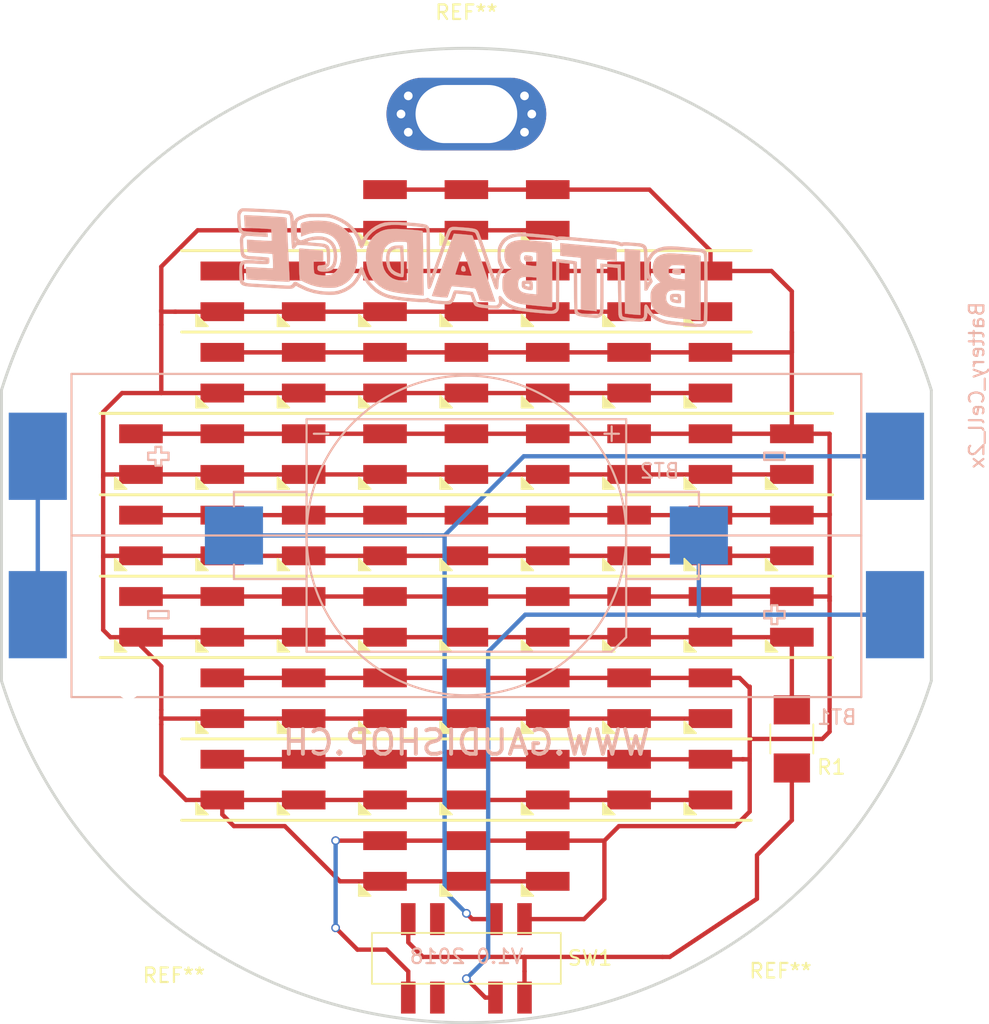
<source format=kicad_pcb>
(kicad_pcb (version 20240108) (generator "pcbnew") (generator_version "8.0")
  (layers (0 "F.Cu" signal) (31 "B.Cu" signal) (34 "B.Paste" user) (35 "F.Paste" user) (36 "B.SilkS" user "B.Silkscreen") (37 "F.SilkS" user "F.Silkscreen") (38 "B.Mask" user) (39 "F.Mask" user) (44 "Edge.Cuts" user))
  (net 0 "")
  (net 1 "Net-(R1-Pad1)")
  (net 2 "Net-(BT1-+-Pad3)")
  (net 3 "Net-(BT2-+)")
  (net 4 "Net-(BT2--)")
  (net 5 "Net-(D1-K)")
  (net 6 "Net-(D1-A)")
  (footprint "GaudiLabsFootPrints:TopLed_BitBadge" (layer "F.Cu") (at 94.4 77.6)
    (property "Reference" "D1" (hide yes))
    (property "Value" "LED_ALT")
    (pad "1" smd rect (at 0 -1.4) (size 3 1.3) (layers "F.Cu" "F.Paste" "F.Mask") (net 5 "Net-(D1-K)"))
    (pad "2" smd rect (at 0 1.4) (size 3 1.3) (layers "F.Cu" "F.Paste" "F.Mask") (net 6 "Net-(D1-A)"))
  )
  (footprint "GaudiLabsFootPrints:TopLed_BitBadge" (layer "F.Cu") (at 100 77.6)
    (property "Reference" "D2" (hide yes))
    (property "Value" "LED_ALT")
    (pad "1" smd rect (at 0 -1.4) (size 3 1.3) (layers "F.Cu" "F.Paste" "F.Mask") (net 5 "Net-(D1-K)"))
    (pad "2" smd rect (at 0 1.4) (size 3 1.3) (layers "F.Cu" "F.Paste" "F.Mask") (net 6 "Net-(D1-A)"))
  )
  (footprint "GaudiLabsFootPrints:TopLed_BitBadge" (layer "F.Cu") (at 105.6 77.6)
    (property "Reference" "D3" (hide yes))
    (property "Value" "LED_ALT")
    (pad "1" smd rect (at 0 -1.4) (size 3 1.3) (layers "F.Cu" "F.Paste" "F.Mask") (net 5 "Net-(D1-K)"))
    (pad "2" smd rect (at 0 1.4) (size 3 1.3) (layers "F.Cu" "F.Paste" "F.Mask") (net 6 "Net-(D1-A)"))
  )
  (footprint "GaudiLabsFootPrints:TopLed_BitBadge" (layer "F.Cu") (at 83.2 83.2)
    (property "Reference" "D4" (hide yes))
    (property "Value" "LED_ALT")
    (pad "1" smd rect (at 0 -1.4) (size 3 1.3) (layers "F.Cu" "F.Paste" "F.Mask") (net 5 "Net-(D1-K)"))
    (pad "2" smd rect (at 0 1.4) (size 3 1.3) (layers "F.Cu" "F.Paste" "F.Mask") (net 6 "Net-(D1-A)"))
  )
  (footprint "GaudiLabsFootPrints:TopLed_BitBadge" (layer "F.Cu") (at 88.8 83.2)
    (property "Reference" "D5" (hide yes))
    (property "Value" "LED_ALT")
    (pad "1" smd rect (at 0 -1.4) (size 3 1.3) (layers "F.Cu" "F.Paste" "F.Mask") (net 5 "Net-(D1-K)"))
    (pad "2" smd rect (at 0 1.4) (size 3 1.3) (layers "F.Cu" "F.Paste" "F.Mask") (net 6 "Net-(D1-A)"))
  )
  (footprint "GaudiLabsFootPrints:TopLed_BitBadge" (layer "F.Cu") (at 94.4 83.2)
    (property "Reference" "D6" (hide yes))
    (property "Value" "LED_ALT")
    (pad "1" smd rect (at 0 -1.4) (size 3 1.3) (layers "F.Cu" "F.Paste" "F.Mask") (net 5 "Net-(D1-K)"))
    (pad "2" smd rect (at 0 1.4) (size 3 1.3) (layers "F.Cu" "F.Paste" "F.Mask") (net 6 "Net-(D1-A)"))
  )
  (footprint "GaudiLabsFootPrints:TopLed_BitBadge" (layer "F.Cu") (at 100 83.2)
    (property "Reference" "D7" (hide yes))
    (property "Value" "LED_ALT")
    (pad "1" smd rect (at 0 -1.4) (size 3 1.3) (layers "F.Cu" "F.Paste" "F.Mask") (net 5 "Net-(D1-K)"))
    (pad "2" smd rect (at 0 1.4) (size 3 1.3) (layers "F.Cu" "F.Paste" "F.Mask") (net 6 "Net-(D1-A)"))
  )
  (footprint "GaudiLabsFootPrints:TopLed_BitBadge" (layer "F.Cu") (at 105.6 83.2)
    (property "Reference" "D8" (hide yes))
    (property "Value" "LED_ALT")
    (pad "1" smd rect (at 0 -1.4) (size 3 1.3) (layers "F.Cu" "F.Paste" "F.Mask") (net 5 "Net-(D1-K)"))
    (pad "2" smd rect (at 0 1.4) (size 3 1.3) (layers "F.Cu" "F.Paste" "F.Mask") (net 6 "Net-(D1-A)"))
  )
  (footprint "GaudiLabsFootPrints:TopLed_BitBadge" (layer "F.Cu") (at 111.2 83.2)
    (property "Reference" "D9" (hide yes))
    (property "Value" "LED_ALT")
    (pad "1" smd rect (at 0 -1.4) (size 3 1.3) (layers "F.Cu" "F.Paste" "F.Mask") (net 5 "Net-(D1-K)"))
    (pad "2" smd rect (at 0 1.4) (size 3 1.3) (layers "F.Cu" "F.Paste" "F.Mask") (net 6 "Net-(D1-A)"))
  )
  (footprint "GaudiLabsFootPrints:TopLed_BitBadge" (layer "F.Cu") (at 116.8 83.2)
    (property "Reference" "D10" (hide yes))
    (property "Value" "LED_ALT")
    (pad "1" smd rect (at 0 -1.4) (size 3 1.3) (layers "F.Cu" "F.Paste" "F.Mask") (net 5 "Net-(D1-K)"))
    (pad "2" smd rect (at 0 1.4) (size 3 1.3) (layers "F.Cu" "F.Paste" "F.Mask") (net 6 "Net-(D1-A)"))
  )
  (footprint "GaudiLabsFootPrints:TopLed_BitBadge" (layer "F.Cu") (at 83.2 88.8)
    (property "Reference" "D11" (hide yes))
    (property "Value" "LED_ALT")
    (pad "1" smd rect (at 0 -1.4) (size 3 1.3) (layers "F.Cu" "F.Paste" "F.Mask") (net 5 "Net-(D1-K)"))
    (pad "2" smd rect (at 0 1.4) (size 3 1.3) (layers "F.Cu" "F.Paste" "F.Mask") (net 6 "Net-(D1-A)"))
  )
  (footprint "GaudiLabsFootPrints:TopLed_BitBadge" (layer "F.Cu") (at 88.8 88.8)
    (property "Reference" "D12" (hide yes))
    (property "Value" "LED_ALT")
    (pad "1" smd rect (at 0 -1.4) (size 3 1.3) (layers "F.Cu" "F.Paste" "F.Mask") (net 5 "Net-(D1-K)"))
    (pad "2" smd rect (at 0 1.4) (size 3 1.3) (layers "F.Cu" "F.Paste" "F.Mask") (net 6 "Net-(D1-A)"))
  )
  (footprint "GaudiLabsFootPrints:TopLed_BitBadge" (layer "F.Cu") (at 94.4 88.8)
    (property "Reference" "D13" (hide yes))
    (property "Value" "LED_ALT")
    (pad "1" smd rect (at 0 -1.4) (size 3 1.3) (layers "F.Cu" "F.Paste" "F.Mask") (net 5 "Net-(D1-K)"))
    (pad "2" smd rect (at 0 1.4) (size 3 1.3) (layers "F.Cu" "F.Paste" "F.Mask") (net 6 "Net-(D1-A)"))
  )
  (footprint "GaudiLabsFootPrints:TopLed_BitBadge" (layer "F.Cu") (at 100 88.8)
    (property "Reference" "D14" (hide yes))
    (property "Value" "LED_ALT")
    (pad "1" smd rect (at 0 -1.4) (size 3 1.3) (layers "F.Cu" "F.Paste" "F.Mask") (net 5 "Net-(D1-K)"))
    (pad "2" smd rect (at 0 1.4) (size 3 1.3) (layers "F.Cu" "F.Paste" "F.Mask") (net 6 "Net-(D1-A)"))
  )
  (footprint "GaudiLabsFootPrints:TopLed_BitBadge" (layer "F.Cu") (at 105.6 88.8)
    (property "Reference" "D15" (hide yes))
    (property "Value" "LED_ALT")
    (pad "1" smd rect (at 0 -1.4) (size 3 1.3) (layers "F.Cu" "F.Paste" "F.Mask") (net 5 "Net-(D1-K)"))
    (pad "2" smd rect (at 0 1.4) (size 3 1.3) (layers "F.Cu" "F.Paste" "F.Mask") (net 6 "Net-(D1-A)"))
  )
  (footprint "GaudiLabsFootPrints:TopLed_BitBadge" (layer "F.Cu") (at 111.2 88.8)
    (property "Reference" "D16" (hide yes))
    (property "Value" "LED_ALT")
    (pad "1" smd rect (at 0 -1.4) (size 3 1.3) (layers "F.Cu" "F.Paste" "F.Mask") (net 5 "Net-(D1-K)"))
    (pad "2" smd rect (at 0 1.4) (size 3 1.3) (layers "F.Cu" "F.Paste" "F.Mask") (net 6 "Net-(D1-A)"))
  )
  (footprint "GaudiLabsFootPrints:TopLed_BitBadge" (layer "F.Cu") (at 116.8 88.8)
    (property "Reference" "D17" (hide yes))
    (property "Value" "LED_ALT")
    (pad "1" smd rect (at 0 -1.4) (size 3 1.3) (layers "F.Cu" "F.Paste" "F.Mask") (net 5 "Net-(D1-K)"))
    (pad "2" smd rect (at 0 1.4) (size 3 1.3) (layers "F.Cu" "F.Paste" "F.Mask") (net 6 "Net-(D1-A)"))
  )
  (footprint "GaudiLabsFootPrints:TopLed_BitBadge" (layer "F.Cu") (at 77.6 94.4)
    (property "Reference" "D18" (hide yes))
    (property "Value" "LED_ALT")
    (pad "1" smd rect (at 0 -1.4) (size 3 1.3) (layers "F.Cu" "F.Paste" "F.Mask") (net 5 "Net-(D1-K)"))
    (pad "2" smd rect (at 0 1.4) (size 3 1.3) (layers "F.Cu" "F.Paste" "F.Mask") (net 6 "Net-(D1-A)"))
  )
  (footprint "GaudiLabsFootPrints:TopLed_BitBadge" (layer "F.Cu") (at 83.2 94.4)
    (property "Reference" "D19" (hide yes))
    (property "Value" "LED_ALT")
    (pad "1" smd rect (at 0 -1.4) (size 3 1.3) (layers "F.Cu" "F.Paste" "F.Mask") (net 5 "Net-(D1-K)"))
    (pad "2" smd rect (at 0 1.4) (size 3 1.3) (layers "F.Cu" "F.Paste" "F.Mask") (net 6 "Net-(D1-A)"))
  )
  (footprint "GaudiLabsFootPrints:TopLed_BitBadge" (layer "F.Cu") (at 88.8 94.4)
    (property "Reference" "D20" (hide yes))
    (property "Value" "LED_ALT")
    (pad "1" smd rect (at 0 -1.4) (size 3 1.3) (layers "F.Cu" "F.Paste" "F.Mask") (net 5 "Net-(D1-K)"))
    (pad "2" smd rect (at 0 1.4) (size 3 1.3) (layers "F.Cu" "F.Paste" "F.Mask") (net 6 "Net-(D1-A)"))
  )
  (footprint "GaudiLabsFootPrints:TopLed_BitBadge" (layer "F.Cu") (at 94.4 94.4)
    (property "Reference" "D21" (hide yes))
    (property "Value" "LED_ALT")
    (pad "1" smd rect (at 0 -1.4) (size 3 1.3) (layers "F.Cu" "F.Paste" "F.Mask") (net 5 "Net-(D1-K)"))
    (pad "2" smd rect (at 0 1.4) (size 3 1.3) (layers "F.Cu" "F.Paste" "F.Mask") (net 6 "Net-(D1-A)"))
  )
  (footprint "GaudiLabsFootPrints:TopLed_BitBadge" (layer "F.Cu") (at 100 94.4)
    (property "Reference" "D22" (hide yes))
    (property "Value" "LED_ALT")
    (pad "1" smd rect (at 0 -1.4) (size 3 1.3) (layers "F.Cu" "F.Paste" "F.Mask") (net 5 "Net-(D1-K)"))
    (pad "2" smd rect (at 0 1.4) (size 3 1.3) (layers "F.Cu" "F.Paste" "F.Mask") (net 6 "Net-(D1-A)"))
  )
  (footprint "GaudiLabsFootPrints:TopLed_BitBadge" (layer "F.Cu") (at 105.6 94.4)
    (property "Reference" "D23" (hide yes))
    (property "Value" "LED_ALT")
    (pad "1" smd rect (at 0 -1.4) (size 3 1.3) (layers "F.Cu" "F.Paste" "F.Mask") (net 5 "Net-(D1-K)"))
    (pad "2" smd rect (at 0 1.4) (size 3 1.3) (layers "F.Cu" "F.Paste" "F.Mask") (net 6 "Net-(D1-A)"))
  )
  (footprint "GaudiLabsFootPrints:TopLed_BitBadge" (layer "F.Cu") (at 111.2 94.4)
    (property "Reference" "D24" (hide yes))
    (property "Value" "LED_ALT")
    (pad "1" smd rect (at 0 -1.4) (size 3 1.3) (layers "F.Cu" "F.Paste" "F.Mask") (net 5 "Net-(D1-K)"))
    (pad "2" smd rect (at 0 1.4) (size 3 1.3) (layers "F.Cu" "F.Paste" "F.Mask") (net 6 "Net-(D1-A)"))
  )
  (footprint "GaudiLabsFootPrints:TopLed_BitBadge" (layer "F.Cu") (at 116.8 94.4)
    (property "Reference" "D25" (hide yes))
    (property "Value" "LED_ALT")
    (pad "1" smd rect (at 0 -1.4) (size 3 1.3) (layers "F.Cu" "F.Paste" "F.Mask") (net 5 "Net-(D1-K)"))
    (pad "2" smd rect (at 0 1.4) (size 3 1.3) (layers "F.Cu" "F.Paste" "F.Mask") (net 6 "Net-(D1-A)"))
  )
  (footprint "GaudiLabsFootPrints:TopLed_BitBadge" (layer "F.Cu") (at 122.4 94.4)
    (property "Reference" "D26" (hide yes))
    (property "Value" "LED_ALT")
    (pad "1" smd rect (at 0 -1.4) (size 3 1.3) (layers "F.Cu" "F.Paste" "F.Mask") (net 5 "Net-(D1-K)"))
    (pad "2" smd rect (at 0 1.4) (size 3 1.3) (layers "F.Cu" "F.Paste" "F.Mask") (net 6 "Net-(D1-A)"))
  )
  (footprint "GaudiLabsFootPrints:TopLed_BitBadge" (layer "F.Cu") (at 77.6 100)
    (property "Reference" "D27" (hide yes))
    (property "Value" "LED_ALT")
    (pad "1" smd rect (at 0 -1.4) (size 3 1.3) (layers "F.Cu" "F.Paste" "F.Mask") (net 5 "Net-(D1-K)"))
    (pad "2" smd rect (at 0 1.4) (size 3 1.3) (layers "F.Cu" "F.Paste" "F.Mask") (net 6 "Net-(D1-A)"))
  )
  (footprint "GaudiLabsFootPrints:TopLed_BitBadge" (layer "F.Cu") (at 83.2 100)
    (property "Reference" "D28" (hide yes))
    (property "Value" "LED_ALT")
    (pad "1" smd rect (at 0 -1.4) (size 3 1.3) (layers "F.Cu" "F.Paste" "F.Mask") (net 5 "Net-(D1-K)"))
    (pad "2" smd rect (at 0 1.4) (size 3 1.3) (layers "F.Cu" "F.Paste" "F.Mask") (net 6 "Net-(D1-A)"))
  )
  (footprint "GaudiLabsFootPrints:TopLed_BitBadge" (layer "F.Cu") (at 88.8 100)
    (property "Reference" "D29" (hide yes))
    (property "Value" "LED_ALT")
    (pad "1" smd rect (at 0 -1.4) (size 3 1.3) (layers "F.Cu" "F.Paste" "F.Mask") (net 5 "Net-(D1-K)"))
    (pad "2" smd rect (at 0 1.4) (size 3 1.3) (layers "F.Cu" "F.Paste" "F.Mask") (net 6 "Net-(D1-A)"))
  )
  (footprint "GaudiLabsFootPrints:TopLed_BitBadge" (layer "F.Cu") (at 94.4 100)
    (property "Reference" "D30" (hide yes))
    (property "Value" "LED_ALT")
    (pad "1" smd rect (at 0 -1.4) (size 3 1.3) (layers "F.Cu" "F.Paste" "F.Mask") (net 5 "Net-(D1-K)"))
    (pad "2" smd rect (at 0 1.4) (size 3 1.3) (layers "F.Cu" "F.Paste" "F.Mask") (net 6 "Net-(D1-A)"))
  )
  (footprint "GaudiLabsFootPrints:TopLed_BitBadge" (layer "F.Cu") (at 100 100)
    (property "Reference" "D31" (hide yes))
    (property "Value" "LED_ALT")
    (pad "1" smd rect (at 0 -1.4) (size 3 1.3) (layers "F.Cu" "F.Paste" "F.Mask") (net 5 "Net-(D1-K)"))
    (pad "2" smd rect (at 0 1.4) (size 3 1.3) (layers "F.Cu" "F.Paste" "F.Mask") (net 6 "Net-(D1-A)"))
  )
  (footprint "GaudiLabsFootPrints:TopLed_BitBadge" (layer "F.Cu") (at 105.6 100)
    (property "Reference" "D32" (hide yes))
    (property "Value" "LED_ALT")
    (pad "1" smd rect (at 0 -1.4) (size 3 1.3) (layers "F.Cu" "F.Paste" "F.Mask") (net 5 "Net-(D1-K)"))
    (pad "2" smd rect (at 0 1.4) (size 3 1.3) (layers "F.Cu" "F.Paste" "F.Mask") (net 6 "Net-(D1-A)"))
  )
  (footprint "GaudiLabsFootPrints:TopLed_BitBadge" (layer "F.Cu") (at 111.2 100)
    (property "Reference" "D33" (hide yes))
    (property "Value" "LED_ALT")
    (pad "1" smd rect (at 0 -1.4) (size 3 1.3) (layers "F.Cu" "F.Paste" "F.Mask") (net 5 "Net-(D1-K)"))
    (pad "2" smd rect (at 0 1.4) (size 3 1.3) (layers "F.Cu" "F.Paste" "F.Mask") (net 6 "Net-(D1-A)"))
  )
  (footprint "GaudiLabsFootPrints:TopLed_BitBadge" (layer "F.Cu") (at 116.8 100)
    (property "Reference" "D34" (hide yes))
    (property "Value" "LED_ALT")
    (pad "1" smd rect (at 0 -1.4) (size 3 1.3) (layers "F.Cu" "F.Paste" "F.Mask") (net 5 "Net-(D1-K)"))
    (pad "2" smd rect (at 0 1.4) (size 3 1.3) (layers "F.Cu" "F.Paste" "F.Mask") (net 6 "Net-(D1-A)"))
  )
  (footprint "GaudiLabsFootPrints:TopLed_BitBadge" (layer "F.Cu") (at 122.4 100)
    (property "Reference" "D35" (hide yes))
    (property "Value" "LED_ALT")
    (pad "1" smd rect (at 0 -1.4) (size 3 1.3) (layers "F.Cu" "F.Paste" "F.Mask") (net 5 "Net-(D1-K)"))
    (pad "2" smd rect (at 0 1.4) (size 3 1.3) (layers "F.Cu" "F.Paste" "F.Mask") (net 6 "Net-(D1-A)"))
  )
  (footprint "GaudiLabsFootPrints:TopLed_BitBadge" (layer "F.Cu") (at 77.6 105.6)
    (property "Reference" "D36" (hide yes))
    (property "Value" "LED_ALT")
    (pad "1" smd rect (at 0 -1.4) (size 3 1.3) (layers "F.Cu" "F.Paste" "F.Mask") (net 5 "Net-(D1-K)"))
    (pad "2" smd rect (at 0 1.4) (size 3 1.3) (layers "F.Cu" "F.Paste" "F.Mask") (net 6 "Net-(D1-A)"))
  )
  (footprint "GaudiLabsFootPrints:TopLed_BitBadge" (layer "F.Cu") (at 83.2 105.6)
    (property "Reference" "D37" (hide yes))
    (property "Value" "LED_ALT")
    (pad "1" smd rect (at 0 -1.4) (size 3 1.3) (layers "F.Cu" "F.Paste" "F.Mask") (net 5 "Net-(D1-K)"))
    (pad "2" smd rect (at 0 1.4) (size 3 1.3) (layers "F.Cu" "F.Paste" "F.Mask") (net 6 "Net-(D1-A)"))
  )
  (footprint "GaudiLabsFootPrints:TopLed_BitBadge" (layer "F.Cu") (at 88.8 105.6)
    (property "Reference" "D38" (hide yes))
    (property "Value" "LED_ALT")
    (pad "1" smd rect (at 0 -1.4) (size 3 1.3) (layers "F.Cu" "F.Paste" "F.Mask") (net 5 "Net-(D1-K)"))
    (pad "2" smd rect (at 0 1.4) (size 3 1.3) (layers "F.Cu" "F.Paste" "F.Mask") (net 6 "Net-(D1-A)"))
  )
  (footprint "GaudiLabsFootPrints:TopLed_BitBadge" (layer "F.Cu") (at 94.4 105.6)
    (property "Reference" "D39" (hide yes))
    (property "Value" "LED_ALT")
    (pad "1" smd rect (at 0 -1.4) (size 3 1.3) (layers "F.Cu" "F.Paste" "F.Mask") (net 5 "Net-(D1-K)"))
    (pad "2" smd rect (at 0 1.4) (size 3 1.3) (layers "F.Cu" "F.Paste" "F.Mask") (net 6 "Net-(D1-A)"))
  )
  (footprint "GaudiLabsFootPrints:TopLed_BitBadge" (layer "F.Cu") (at 100 105.6)
    (property "Reference" "D40" (hide yes))
    (property "Value" "LED_ALT")
    (pad "1" smd rect (at 0 -1.4) (size 3 1.3) (layers "F.Cu" "F.Paste" "F.Mask") (net 5 "Net-(D1-K)"))
    (pad "2" smd rect (at 0 1.4) (size 3 1.3) (layers "F.Cu" "F.Paste" "F.Mask") (net 6 "Net-(D1-A)"))
  )
  (footprint "GaudiLabsFootPrints:TopLed_BitBadge" (layer "F.Cu") (at 105.6 105.6)
    (property "Reference" "D41" (hide yes))
    (property "Value" "LED_ALT")
    (pad "1" smd rect (at 0 -1.4) (size 3 1.3) (layers "F.Cu" "F.Paste" "F.Mask") (net 5 "Net-(D1-K)"))
    (pad "2" smd rect (at 0 1.4) (size 3 1.3) (layers "F.Cu" "F.Paste" "F.Mask") (net 6 "Net-(D1-A)"))
  )
  (footprint "GaudiLabsFootPrints:TopLed_BitBadge" (layer "F.Cu") (at 111.2 105.6)
    (property "Reference" "D42" (hide yes))
    (property "Value" "LED_ALT")
    (pad "1" smd rect (at 0 -1.4) (size 3 1.3) (layers "F.Cu" "F.Paste" "F.Mask") (net 5 "Net-(D1-K)"))
    (pad "2" smd rect (at 0 1.4) (size 3 1.3) (layers "F.Cu" "F.Paste" "F.Mask") (net 6 "Net-(D1-A)"))
  )
  (footprint "GaudiLabsFootPrints:TopLed_BitBadge" (layer "F.Cu") (at 116.8 105.6)
    (property "Reference" "D43" (hide yes))
    (property "Value" "LED_ALT")
    (pad "1" smd rect (at 0 -1.4) (size 3 1.3) (layers "F.Cu" "F.Paste" "F.Mask") (net 5 "Net-(D1-K)"))
    (pad "2" smd rect (at 0 1.4) (size 3 1.3) (layers "F.Cu" "F.Paste" "F.Mask") (net 6 "Net-(D1-A)"))
  )
  (footprint "GaudiLabsFootPrints:TopLed_BitBadge" (layer "F.Cu") (at 122.4 105.6)
    (property "Reference" "D44" (hide yes))
    (property "Value" "LED_ALT")
    (pad "1" smd rect (at 0 -1.4) (size 3 1.3) (layers "F.Cu" "F.Paste" "F.Mask") (net 5 "Net-(D1-K)"))
    (pad "2" smd rect (at 0 1.4) (size 3 1.3) (layers "F.Cu" "F.Paste" "F.Mask") (net 6 "Net-(D1-A)"))
  )
  (footprint "GaudiLabsFootPrints:TopLed_BitBadge" (layer "F.Cu") (at 83.2 111.2)
    (property "Reference" "D45" (hide yes))
    (property "Value" "LED_ALT")
    (pad "1" smd rect (at 0 -1.4) (size 3 1.3) (layers "F.Cu" "F.Paste" "F.Mask") (net 5 "Net-(D1-K)"))
    (pad "2" smd rect (at 0 1.4) (size 3 1.3) (layers "F.Cu" "F.Paste" "F.Mask") (net 6 "Net-(D1-A)"))
  )
  (footprint "GaudiLabsFootPrints:TopLed_BitBadge" (layer "F.Cu") (at 88.8 111.2)
    (property "Reference" "D46" (hide yes))
    (property "Value" "LED_ALT")
    (pad "1" smd rect (at 0 -1.4) (size 3 1.3) (layers "F.Cu" "F.Paste" "F.Mask") (net 5 "Net-(D1-K)"))
    (pad "2" smd rect (at 0 1.4) (size 3 1.3) (layers "F.Cu" "F.Paste" "F.Mask") (net 6 "Net-(D1-A)"))
  )
  (footprint "GaudiLabsFootPrints:TopLed_BitBadge" (layer "F.Cu") (at 94.4 111.2)
    (property "Reference" "D47" (hide yes))
    (property "Value" "LED_ALT")
    (pad "1" smd rect (at 0 -1.4) (size 3 1.3) (layers "F.Cu" "F.Paste" "F.Mask") (net 5 "Net-(D1-K)"))
    (pad "2" smd rect (at 0 1.4) (size 3 1.3) (layers "F.Cu" "F.Paste" "F.Mask") (net 6 "Net-(D1-A)"))
  )
  (footprint "GaudiLabsFootPrints:TopLed_BitBadge" (layer "F.Cu") (at 100 111.2)
    (property "Reference" "D48" (hide yes))
    (property "Value" "LED_ALT")
    (pad "1" smd rect (at 0 -1.4) (size 3 1.3) (layers "F.Cu" "F.Paste" "F.Mask") (net 5 "Net-(D1-K)"))
    (pad "2" smd rect (at 0 1.4) (size 3 1.3) (layers "F.Cu" "F.Paste" "F.Mask") (net 6 "Net-(D1-A)"))
  )
  (footprint "GaudiLabsFootPrints:TopLed_BitBadge" (layer "F.Cu") (at 105.6 111.2)
    (property "Reference" "D49" (hide yes))
    (property "Value" "LED_ALT")
    (pad "1" smd rect (at 0 -1.4) (size 3 1.3) (layers "F.Cu" "F.Paste" "F.Mask") (net 5 "Net-(D1-K)"))
    (pad "2" smd rect (at 0 1.4) (size 3 1.3) (layers "F.Cu" "F.Paste" "F.Mask") (net 6 "Net-(D1-A)"))
  )
  (footprint "GaudiLabsFootPrints:TopLed_BitBadge" (layer "F.Cu") (at 111.2 111.2)
    (property "Reference" "D50" (hide yes))
    (property "Value" "LED_ALT")
    (pad "1" smd rect (at 0 -1.4) (size 3 1.3) (layers "F.Cu" "F.Paste" "F.Mask") (net 5 "Net-(D1-K)"))
    (pad "2" smd rect (at 0 1.4) (size 3 1.3) (layers "F.Cu" "F.Paste" "F.Mask") (net 6 "Net-(D1-A)"))
  )
  (footprint "GaudiLabsFootPrints:TopLed_BitBadge" (layer "F.Cu") (at 116.8 111.2)
    (property "Reference" "D51" (hide yes))
    (property "Value" "LED_ALT")
    (pad "1" smd rect (at 0 -1.4) (size 3 1.3) (layers "F.Cu" "F.Paste" "F.Mask") (net 5 "Net-(D1-K)"))
    (pad "2" smd rect (at 0 1.4) (size 3 1.3) (layers "F.Cu" "F.Paste" "F.Mask") (net 6 "Net-(D1-A)"))
  )
  (footprint "GaudiLabsFootPrints:TopLed_BitBadge" (layer "F.Cu") (at 83.2 116.8)
    (property "Reference" "D52" (hide yes))
    (property "Value" "LED_ALT")
    (pad "1" smd rect (at 0 -1.4) (size 3 1.3) (layers "F.Cu" "F.Paste" "F.Mask") (net 5 "Net-(D1-K)"))
    (pad "2" smd rect (at 0 1.4) (size 3 1.3) (layers "F.Cu" "F.Paste" "F.Mask") (net 6 "Net-(D1-A)"))
  )
  (footprint "GaudiLabsFootPrints:TopLed_BitBadge" (layer "F.Cu") (at 88.8 116.8)
    (property "Reference" "D53" (hide yes))
    (property "Value" "LED_ALT")
    (pad "1" smd rect (at 0 -1.4) (size 3 1.3) (layers "F.Cu" "F.Paste" "F.Mask") (net 5 "Net-(D1-K)"))
    (pad "2" smd rect (at 0 1.4) (size 3 1.3) (layers "F.Cu" "F.Paste" "F.Mask") (net 6 "Net-(D1-A)"))
  )
  (footprint "GaudiLabsFootPrints:TopLed_BitBadge" (layer "F.Cu") (at 94.4 116.8)
    (property "Reference" "D54" (hide yes))
    (property "Value" "LED_ALT")
    (pad "1" smd rect (at 0 -1.4) (size 3 1.3) (layers "F.Cu" "F.Paste" "F.Mask") (net 5 "Net-(D1-K)"))
    (pad "2" smd rect (at 0 1.4) (size 3 1.3) (layers "F.Cu" "F.Paste" "F.Mask") (net 6 "Net-(D1-A)"))
  )
  (footprint "GaudiLabsFootPrints:TopLed_BitBadge" (layer "F.Cu") (at 100 116.8)
    (property "Reference" "D55" (hide yes))
    (property "Value" "LED_ALT")
    (pad "1" smd rect (at 0 -1.4) (size 3 1.3) (layers "F.Cu" "F.Paste" "F.Mask") (net 5 "Net-(D1-K)"))
    (pad "2" smd rect (at 0 1.4) (size 3 1.3) (layers "F.Cu" "F.Paste" "F.Mask") (net 6 "Net-(D1-A)"))
  )
  (footprint "GaudiLabsFootPrints:TopLed_BitBadge" (layer "F.Cu") (at 105.6 116.8)
    (property "Reference" "D56" (hide yes))
    (property "Value" "LED_ALT")
    (pad "1" smd rect (at 0 -1.4) (size 3 1.3) (layers "F.Cu" "F.Paste" "F.Mask") (net 5 "Net-(D1-K)"))
    (pad "2" smd rect (at 0 1.4) (size 3 1.3) (layers "F.Cu" "F.Paste" "F.Mask") (net 6 "Net-(D1-A)"))
  )
  (footprint "GaudiLabsFootPrints:TopLed_BitBadge" (layer "F.Cu") (at 111.2 116.8)
    (property "Reference" "D57" (hide yes))
    (property "Value" "LED_ALT")
    (pad "1" smd rect (at 0 -1.4) (size 3 1.3) (layers "F.Cu" "F.Paste" "F.Mask") (net 5 "Net-(D1-K)"))
    (pad "2" smd rect (at 0 1.4) (size 3 1.3) (layers "F.Cu" "F.Paste" "F.Mask") (net 6 "Net-(D1-A)"))
  )
  (footprint "GaudiLabsFootPrints:TopLed_BitBadge" (layer "F.Cu") (at 116.8 116.8)
    (property "Reference" "D58" (hide yes))
    (property "Value" "LED_ALT")
    (pad "1" smd rect (at 0 -1.4) (size 3 1.3) (layers "F.Cu" "F.Paste" "F.Mask") (net 5 "Net-(D1-K)"))
    (pad "2" smd rect (at 0 1.4) (size 3 1.3) (layers "F.Cu" "F.Paste" "F.Mask") (net 6 "Net-(D1-A)"))
  )
  (footprint "GaudiLabsFootPrints:TopLed_BitBadge" (layer "F.Cu") (at 94.4 122.4)
    (property "Reference" "D59" (hide yes))
    (property "Value" "LED_ALT")
    (pad "1" smd rect (at 0 -1.4) (size 3 1.3) (layers "F.Cu" "F.Paste" "F.Mask") (net 5 "Net-(D1-K)"))
    (pad "2" smd rect (at 0 1.4) (size 3 1.3) (layers "F.Cu" "F.Paste" "F.Mask") (net 6 "Net-(D1-A)"))
  )
  (footprint "GaudiLabsFootPrints:TopLed_BitBadge" (layer "F.Cu") (at 100 122.4)
    (property "Reference" "D60" (hide yes))
    (property "Value" "LED_ALT")
    (pad "1" smd rect (at 0 -1.4) (size 3 1.3) (layers "F.Cu" "F.Paste" "F.Mask") (net 5 "Net-(D1-K)"))
    (pad "2" smd rect (at 0 1.4) (size 3 1.3) (layers "F.Cu" "F.Paste" "F.Mask") (net 6 "Net-(D1-A)"))
  )
  (footprint "GaudiLabsFootPrints:TopLed_BitBadge" (layer "F.Cu") (at 105.6 122.4)
    (property "Reference" "D61" (hide yes))
    (property "Value" "LED_ALT")
    (pad "1" smd rect (at 0 -1.4) (size 3 1.3) (layers "F.Cu" "F.Paste" "F.Mask") (net 5 "Net-(D1-K)"))
    (pad "2" smd rect (at 0 1.4) (size 3 1.3) (layers "F.Cu" "F.Paste" "F.Mask") (net 6 "Net-(D1-A)"))
  )
  (footprint "GaudiLabsFootPrints:MountingHole_BitBadge" (layer "F.Cu") (at 100 71)
    (property "Reference" "REF**" (at 0 -7 0) (layer "F.SilkS"))
    (property "Value" "MountingHole_6mm_Pad_Via")
    (pad "1" thru_hole circle (at -4.5 0) (size 0.9 0.9) (drill 0.6) (layers "*.Cu" "*.Mask"))
    (pad "1" thru_hole circle (at -4 -1.25) (size 0.9 0.9) (drill 0.6) (layers "*.Cu" "*.Mask"))
    (pad "1" thru_hole circle (at -4 1.25) (size 0.9 0.9) (drill 0.6) (layers "*.Cu" "*.Mask"))
    (pad "1" thru_hole oval (at 0 0) (size 11 5) (drill oval 7 4) (layers "*.Cu" "*.Mask"))
    (pad "1" thru_hole circle (at 4 -1.25) (size 0.9 0.9) (drill 0.6) (layers "*.Cu" "*.Mask"))
    (pad "1" thru_hole circle (at 4 1.25) (size 0.9 0.9) (drill 0.6) (layers "*.Cu" "*.Mask"))
    (pad "1" thru_hole circle (at 4.5 0) (size 0.9 0.9) (drill 0.6) (layers "*.Cu" "*.Mask"))
  )
  (footprint "GaudiLabsFootPrints:SWITCH_MSS23D19" (layer "F.Cu") (at 100 129.1)
    (property "Reference" "SW1" (at 8.51 -0.02 0) (layer "F.SilkS"))
    (property "Value" "SW_2P3T")
    (pad "1" smd rect (at -4 -2.7) (size 1 2.2) (layers "F.Cu" "F.Paste" "F.Mask") (net 1 "Net-(R1-Pad1)"))
    (pad "2" smd rect (at -2 -2.7) (size 1 2.2) (layers "F.Cu" "F.Paste" "F.Mask"))
    (pad "3" smd rect (at 2 -2.7) (size 1 2.2) (layers "F.Cu" "F.Paste" "F.Mask") (net 4 "Net-(BT2--)"))
    (pad "4" smd rect (at 4 -2.7) (size 1 2.2) (layers "F.Cu" "F.Paste" "F.Mask") (net 5 "Net-(D1-K)"))
    (pad "5" smd rect (at -4 2.7) (size 1 2.2) (layers "F.Cu" "F.Paste" "F.Mask") (net 5 "Net-(D1-K)"))
    (pad "6" smd rect (at -2 2.7) (size 1 2.2) (layers "F.Cu" "F.Paste" "F.Mask"))
    (pad "7" smd rect (at 2 2.7) (size 1 2.2) (layers "F.Cu" "F.Paste" "F.Mask") (net 3 "Net-(BT2-+)"))
    (pad "8" smd rect (at 4 2.7) (size 1 2.2) (layers "F.Cu" "F.Paste" "F.Mask") (net 1 "Net-(R1-Pad1)"))
  )
  (footprint "Resistors_SMD:R_1210_HandSoldering" (layer "F.Cu") (at 122.4 114 90)
    (property "Reference" "R1" (at -1.94 2.72 180) (layer "F.SilkS"))
    (property "Value" "R")
    (pad "1" smd rect (at -2 0 90) (size 2 2.5) (layers "F.Cu" "F.Paste" "F.Mask") (net 1 "Net-(R1-Pad1)"))
    (pad "2" smd rect (at 2 0 90) (size 2 2.5) (layers "F.Cu" "F.Paste" "F.Mask") (net 6 "Net-(D1-A)"))
  )
  (footprint "Mounting_Holes:MountingHole_3.2mm_M3_ISO14580" (layer "F.Cu") (at 115 124)
    (property "Reference" "REF**" (at 6.62 5.96 0) (layer "F.SilkS"))
    (property "Value" "MountingHole_3.2mm_M3_ISO14580")
    (pad "" np_thru_hole circle (at 0 0) (size 3.2 3.2) (drill 3.2) (layers "*.Cu" "*.Mask"))
  )
  (footprint "Mounting_Holes:MountingHole_3.2mm_M3_ISO14580" (layer "F.Cu") (at 85 124)
    (property "Reference" "REF**" (at -5.13 6.27 0) (layer "F.SilkS"))
    (property "Value" "MountingHole_3.2mm_M3_ISO14580")
    (pad "" np_thru_hole circle (at 0 0) (size 3.2 3.2) (drill 3.2) (layers "*.Cu" "*.Mask"))
  )
  (footprint "GaudiLabsFootPrints:BAT_HOLDER_AAA_DOUBLE_BITBADGE" (layer "B.Cu") (at 100 100)
    (property "Reference" "BT1" (at 25.5 12.51 0) (layer "B.SilkS") (effects (justify mirror)))
    (property "Value" "Battery_Cell_2x" (at 35.128 -10.338 -90) (layer "B.SilkS") (effects (justify mirror)))
    (pad "" np_thru_hole circle (at -23.25 10.475) (size 1.6 1.6) (drill 1.6) (layers "*.Cu" "*.Mask"))
    (pad "1" smd rect (at 29.5 5.45) (size 4 6) (layers "B.Cu" "B.Paste" "B.Mask") (net 3 "Net-(BT2-+)"))
    (pad "2" smd rect (at -29.5 5.45) (size 4 6) (layers "B.Cu" "B.Paste" "B.Mask") (net 2 "Net-(BT1-+-Pad3)"))
    (pad "3" smd rect (at -29.5 -5.45) (size 4 6) (layers "B.Cu" "B.Paste" "B.Mask") (net 2 "Net-(BT1-+-Pad3)"))
    (pad "4" smd rect (at 29.5 -5.45) (size 4 6) (layers "B.Cu" "B.Paste" "B.Mask") (net 4 "Net-(BT2--)"))
  )
  (footprint "GaudiLabsLogos:Peace_logo" (layer "B.Cu") (at 80 116.62 180)
    (property "Reference" "G***" (hide yes))
    (property "Value" "LOGO" (hide yes))
  )
  (footprint "GaudiLabsFootPrints:CR2032_Holder" (layer "B.Cu") (at 100 100)
    (property "Reference" "BT2" (at 13.3 -4.44 0) (layer "B.SilkS") (effects (justify mirror)))
    (property "Value" "Battery_Cell")
    (pad "1" smd rect (at 16 0) (size 4 4) (layers "B.Cu" "B.Paste" "B.Mask") (net 3 "Net-(BT2-+)"))
    (pad "2" smd rect (at -16 0) (size 4 4) (layers "B.Cu" "B.Paste" "B.Mask") (net 4 "Net-(BT2--)"))
  )
  (footprint "GaudiLabsLogos:BitBadge_logo" (layer "B.Cu") (at 100.5 81.59 180)
    (property "Reference" "G***" (hide yes))
    (property "Value" "LOGO" (hide yes))
  )
  (footprint "GaudiLabsLogos:GitHubCat_mask" (layer "B.Cu") (at 120 116.62 180)
    (property "Reference" "G***" (hide yes))
    (property "Value" "LOGO" (hide yes))
  )
  (footprint "GaudiLabsLogos:BitBadge_logo_mask" (layer "B.Cu") (at 100.42 81.6 180)
    (property "Reference" "G***" (hide yes))
    (property "Value" "LOGO" (hide yes))
  )
  (gr_line (start 74.8 91.6) (end 125.2 91.6) (stroke (width 0.2)) (layer "F.SilkS"))
  (gr_line (start 74.8 108.4) (end 125.2 108.4) (stroke (width 0.2)) (layer "F.SilkS"))
  (gr_line (start 125.2 91.6) (end 74.8 91.6) (stroke (width 0.2)) (layer "F.SilkS"))
  (gr_line (start 80.4 119.6) (end 119.6 119.6) (stroke (width 0.2)) (layer "F.SilkS"))
  (gr_line (start 80.4 114) (end 119.6 114) (stroke (width 0.2)) (layer "F.SilkS"))
  (gr_line (start 80.4 80.4) (end 119.6 80.4) (stroke (width 0.2)) (layer "F.SilkS"))
  (gr_line (start 74.8 91.6) (end 125.2 91.6) (stroke (width 0.2)) (layer "F.SilkS"))
  (gr_line (start 74.8 102.8) (end 125.2 102.8) (stroke (width 0.2)) (layer "F.SilkS"))
  (gr_line (start 74.8 97.2) (end 125.2 97.2) (stroke (width 0.2)) (layer "F.SilkS"))
  (gr_line (start 80.4 86) (end 119.6 86) (stroke (width 0.2)) (layer "F.SilkS"))
  (gr_line (start 68 90) (end 68 110) (stroke (width 0.2)) (layer "Edge.Cuts"))
  (gr_arc (start 132 110) (mid 99.997645 133.526109) (end 67.998595 109.995504) (stroke (width 0.2)) (layer "Edge.Cuts"))
  (gr_arc (start 68 90) (mid 100.002355 66.473891) (end 132.001405 90.004496) (stroke (width 0.2)) (layer "Edge.Cuts"))
  (gr_line (start 132 90) (end 132 110) (stroke (width 0.2)) (layer "Edge.Cuts"))
  (gr_text "WWW.GAUDISHOP.CH" (at 100 114.25 0) (layer "B.SilkS") (effects (font (size 1.7 1.7) (thickness 0.27)) (justify mirror)))
  (gr_text "V1.0 2018" (at 100.01 128.97 0) (layer "B.SilkS") (effects (font (size 1 1)) (justify mirror)))
  (segment (start 96 128) (end 97 129) (width 0.3) (layer "F.Cu") (net 1))
  (segment (start 97 129) (end 103 129) (width 0.3) (layer "F.Cu") (net 1))
  (segment (start 104 130) (end 104 131.8) (width 0.3) (layer "F.Cu") (net 1))
  (segment (start 122.4 116) (end 122.4 119.6) (width 0.3) (layer "F.Cu") (net 1))
  (segment (start 108 129) (end 104 129) (width 0.3) (layer "F.Cu") (net 1))
  (segment (start 113.5 129) (end 114 129) (width 0.3) (layer "F.Cu") (net 1))
  (segment (start 114 129) (end 120 125) (width 0.3) (layer "F.Cu") (net 1))
  (segment (start 120 125) (end 120 122) (width 0.3) (layer "F.Cu") (net 1))
  (segment (start 120 122) (end 122.4 119.6) (width 0.3) (layer "F.Cu") (net 1))
  (segment (start 103 129) (end 104 129) (width 0.3) (layer "F.Cu") (net 1))
  (segment (start 96 126.4) (end 96 128) (width 0.3) (layer "F.Cu") (net 1))
  (segment (start 104 129) (end 104 130) (width 0.3) (layer "F.Cu") (net 1))
  (segment (start 108 129) (end 113.5 129) (width 0.3) (layer "F.Cu") (net 1))
  (segment (start 70.5 94.55) (end 70.5 105.45) (width 0.3) (layer "B.Cu") (net 2))
  (segment (start 101.3 131.8) (end 100 130.5) (width 0.3) (layer "F.Cu") (net 3))
  (segment (start 102 131.8) (end 101.3 131.8) (width 0.3) (layer "F.Cu") (net 3))
  (via (at 100 130.5) (size 0.6) (drill 0.4) (layers "F.Cu" "B.Cu") (net 3))
  (segment (start 116 105.45) (end 116 105.5) (width 0.3) (layer "B.Cu") (net 3))
  (segment (start 116 105.5) (end 116 105.45) (width 0.3) (layer "B.Cu") (net 3))
  (segment (start 116 105.45) (end 129.5 105.45) (width 0.3) (layer "B.Cu") (net 3))
  (segment (start 101.5 129) (end 101.5 108) (width 0.3) (layer "B.Cu") (net 3))
  (segment (start 101.5 108) (end 104.05 105.45) (width 0.3) (layer "B.Cu") (net 3))
  (segment (start 104.05 105.45) (end 116 105.45) (width 0.3) (layer "B.Cu") (net 3))
  (segment (start 100 130.5) (end 101.5 129) (width 0.3) (layer "B.Cu") (net 3))
  (segment (start 116 100) (end 116 105.45) (width 0.3) (layer "B.Cu") (net 3))
  (segment (start 100.4 126.4) (end 100 126) (width 0.3) (layer "F.Cu") (net 4))
  (segment (start 102 126.4) (end 100.4 126.4) (width 0.3) (layer "F.Cu") (net 4))
  (via (at 100 126) (size 0.6) (drill 0.4) (layers "F.Cu" "B.Cu") (net 4))
  (segment (start 100 126) (end 98.5 124.5) (width 0.3) (layer "B.Cu") (net 4))
  (segment (start 98.5 124.5) (end 98.5 101.5) (width 0.3) (layer "B.Cu") (net 4))
  (segment (start 97 100) (end 84 100) (width 0.3) (layer "B.Cu") (net 4))
  (segment (start 103.95 94.55) (end 98.5 100) (width 0.3) (layer "B.Cu") (net 4))
  (segment (start 98.5 100) (end 98.5 101.5) (width 0.3) (layer "B.Cu") (net 4))
  (segment (start 129.5 94.55) (end 103.95 94.55) (width 0.3) (layer "B.Cu") (net 4))
  (segment (start 97 100) (end 98.5 100) (width 0.3) (layer "B.Cu") (net 4))
  (segment (start 112.6 76.2) (end 116.8 80.4) (width 0.3) (layer "F.Cu") (net 5))
  (segment (start 116.8 80.4) (end 116.8 81.8) (width 0.3) (layer "F.Cu") (net 5))
  (segment (start 121 81.8) (end 122.4 83.2) (width 0.3) (layer "F.Cu") (net 5))
  (segment (start 122.4 83.2) (end 122.4 86) (width 0.3) (layer "F.Cu") (net 5))
  (segment (start 122.4 87.4) (end 122.4 86) (width 0.3) (layer "F.Cu") (net 5))
  (segment (start 122.4 86) (end 122.4 93) (width 0.3) (layer "F.Cu") (net 5))
  (segment (start 125 93) (end 125 98.5) (width 0.3) (layer "F.Cu") (net 5))
  (segment (start 125 104.2) (end 125 104.5) (width 0.3) (layer "F.Cu") (net 5))
  (segment (start 125 104.5) (end 125 108.5) (width 0.3) (layer "F.Cu") (net 5))
  (segment (start 125 98.6) (end 125 98.5) (width 0.3) (layer "F.Cu") (net 5))
  (segment (start 125 98.5) (end 125 104.5) (width 0.3) (layer "F.Cu") (net 5))
  (segment (start 119.1 115.4) (end 119 115.4) (width 0.3) (layer "F.Cu") (net 5))
  (segment (start 119 115.4) (end 116.8 115.4) (width 0.3) (layer "F.Cu") (net 5))
  (segment (start 119.5 115.4) (end 119.5 115.5) (width 0.3) (layer "F.Cu") (net 5))
  (segment (start 119.5 115.5) (end 119.5 119) (width 0.3) (layer "F.Cu") (net 5))
  (segment (start 108.1 126.4) (end 109.5 125) (width 0.3) (layer "F.Cu") (net 5))
  (segment (start 109.5 125) (end 109.5 121) (width 0.3) (layer "F.Cu") (net 5))
  (segment (start 109.5 121) (end 105.6 121) (width 0.3) (layer "F.Cu") (net 5))
  (segment (start 96 130) (end 94.5 128.5) (width 0.3) (layer "F.Cu") (net 5))
  (segment (start 94.5 128.5) (end 92.5 128.5) (width 0.3) (layer "F.Cu") (net 5))
  (segment (start 92.5 128.5) (end 91 127) (width 0.3) (layer "F.Cu") (net 5))
  (segment (start 91 121) (end 94.4 121) (width 0.3) (layer "F.Cu") (net 5))
  (segment (start 125 113.5) (end 124.5 114) (width 0.3) (layer "F.Cu") (net 5))
  (segment (start 124.5 114) (end 119.5 114) (width 0.3) (layer "F.Cu") (net 5))
  (segment (start 119.5 114) (end 119.5 115) (width 0.3) (layer "F.Cu") (net 5))
  (segment (start 118.8 109.8) (end 116.8 109.8) (width 0.3) (layer "F.Cu") (net 5))
  (segment (start 119.5 110.5) (end 119.4 110.4) (width 0.3) (layer "F.Cu") (net 5))
  (segment (start 119.4 110.4) (end 119.5 110.4) (width 0.3) (layer "F.Cu") (net 5))
  (segment (start 119.5 110.4) (end 119.5 114) (width 0.3) (layer "F.Cu") (net 5))
  (segment (start 110.5 120) (end 118.5 120) (width 0.3) (layer "F.Cu") (net 5))
  (segment (start 118.5 120) (end 119.5 119) (width 0.3) (layer "F.Cu") (net 5))
  (segment (start 111.2 115.4) (end 116.8 115.4) (width 0.3) (layer "F.Cu") (net 5))
  (segment (start 94.4 93) (end 100 93) (width 0.3) (layer "F.Cu") (net 5))
  (segment (start 83.2 93) (end 88.8 93) (width 0.3) (layer "F.Cu") (net 5))
  (segment (start 88.8 98.6) (end 94.4 98.6) (width 0.3) (layer "F.Cu") (net 5))
  (segment (start 94.4 76.2) (end 100 76.2) (width 0.3) (layer "F.Cu") (net 5))
  (segment (start 94.4 109.8) (end 100 109.8) (width 0.3) (layer "F.Cu") (net 5))
  (segment (start 116.8 87.4) (end 122.4 87.4) (width 0.3) (layer "F.Cu") (net 5))
  (segment (start 111.2 87.4) (end 105.6 87.4) (width 0.3) (layer "F.Cu") (net 5))
  (segment (start 105.6 81.8) (end 111.2 81.8) (width 0.3) (layer "F.Cu") (net 5))
  (segment (start 100 87.4) (end 94.4 87.4) (width 0.3) (layer "F.Cu") (net 5))
  (segment (start 122.4 104.2) (end 125 104.2) (width 0.3) (layer "F.Cu") (net 5))
  (segment (start 105.6 109.8) (end 111.2 109.8) (width 0.3) (layer "F.Cu") (net 5))
  (segment (start 100 98.6) (end 105.6 98.6) (width 0.3) (layer "F.Cu") (net 5))
  (segment (start 116.8 81.8) (end 121 81.8) (width 0.3) (layer "F.Cu") (net 5))
  (segment (start 94.4 121) (end 100 121) (width 0.3) (layer "F.Cu") (net 5))
  (segment (start 109.5 121) (end 110.5 120) (width 0.3) (layer "F.Cu") (net 5))
  (segment (start 100 109.8) (end 105.6 109.8) (width 0.3) (layer "F.Cu") (net 5))
  (segment (start 88.8 87.4) (end 83.2 87.4) (width 0.3) (layer "F.Cu") (net 5))
  (segment (start 125 108.5) (end 125 113.5) (width 0.3) (layer "F.Cu") (net 5))
  (segment (start 100 115.4) (end 105.6 115.4) (width 0.3) (layer "F.Cu") (net 5))
  (segment (start 94.4 104.2) (end 100 104.2) (width 0.3) (layer "F.Cu") (net 5))
  (segment (start 88.8 109.8) (end 94.4 109.8) (width 0.3) (layer "F.Cu") (net 5))
  (segment (start 118.8 109.8) (end 119.5 110.5) (width 0.3) (layer "F.Cu") (net 5))
  (segment (start 119 115.4) (end 119.5 115.4) (width 0.3) (layer "F.Cu") (net 5))
  (segment (start 83.2 81.8) (end 88.8 81.8) (width 0.3) (layer "F.Cu") (net 5))
  (segment (start 100 93) (end 105.6 93) (width 0.3) (layer "F.Cu") (net 5))
  (segment (start 83.2 98.6) (end 88.8 98.6) (width 0.3) (layer "F.Cu") (net 5))
  (segment (start 105.6 76.2) (end 112.6 76.2) (width 0.3) (layer "F.Cu") (net 5))
  (segment (start 100 81.8) (end 105.6 81.8) (width 0.3) (layer "F.Cu") (net 5))
  (segment (start 111.2 81.8) (end 116.8 81.8) (width 0.3) (layer "F.Cu") (net 5))
  (segment (start 111.2 109.8) (end 116.8 109.8) (width 0.3) (layer "F.Cu") (net 5))
  (segment (start 83.2 104.2) (end 88.8 104.2) (width 0.3) (layer "F.Cu") (net 5))
  (segment (start 111.2 93) (end 116.8 93) (width 0.3) (layer "F.Cu") (net 5))
  (segment (start 88.8 93) (end 94.4 93) (width 0.3) (layer "F.Cu") (net 5))
  (segment (start 100 121) (end 105.6 121) (width 0.3) (layer "F.Cu") (net 5))
  (segment (start 104 126.4) (end 108.1 126.4) (width 0.3) (layer "F.Cu") (net 5))
  (segment (start 83.2 109.8) (end 88.8 109.8) (width 0.3) (layer "F.Cu") (net 5))
  (segment (start 83.2 115.4) (end 88.8 115.4) (width 0.3) (layer "F.Cu") (net 5))
  (segment (start 88.8 104.2) (end 94.4 104.2) (width 0.3) (layer "F.Cu") (net 5))
  (segment (start 100 104.2) (end 105.6 104.2) (width 0.3) (layer "F.Cu") (net 5))
  (segment (start 105.6 98.6) (end 111.2 98.6) (width 0.3) (layer "F.Cu") (net 5))
  (segment (start 77.6 104.2) (end 83.2 104.2) (width 0.3) (layer "F.Cu") (net 5))
  (segment (start 116.8 87.4) (end 111.2 87.4) (width 0.3) (layer "F.Cu") (net 5))
  (segment (start 100 76.2) (end 105.6 76.2) (width 0.3) (layer "F.Cu") (net 5))
  (segment (start 77.6 93) (end 83.2 93) (width 0.3) (layer "F.Cu") (net 5))
  (segment (start 116.8 98.6) (end 122.4 98.6) (width 0.3) (layer "F.Cu") (net 5))
  (segment (start 122.4 98.6) (end 125 98.6) (width 0.3) (layer "F.Cu") (net 5))
  (segment (start 105.6 93) (end 111.2 93) (width 0.3) (layer "F.Cu") (net 5))
  (segment (start 122.4 93) (end 125 93) (width 0.3) (layer "F.Cu") (net 5))
  (segment (start 105.6 115.4) (end 111.2 115.4) (width 0.3) (layer "F.Cu") (net 5))
  (segment (start 94.4 87.4) (end 88.8 87.4) (width 0.3) (layer "F.Cu") (net 5))
  (segment (start 119.5 115) (end 119.5 115.5) (width 0.3) (layer "F.Cu") (net 5))
  (segment (start 111.2 104.2) (end 116.8 104.2) (width 0.3) (layer "F.Cu") (net 5))
  (segment (start 105.6 104.2) (end 111.2 104.2) (width 0.3) (layer "F.Cu") (net 5))
  (segment (start 94.4 81.8) (end 100 81.8) (width 0.3) (layer "F.Cu") (net 5))
  (segment (start 88.8 81.8) (end 94.4 81.8) (width 0.3) (layer "F.Cu") (net 5))
  (segment (start 94.4 115.4) (end 100 115.4) (width 0.3) (layer "F.Cu") (net 5))
  (segment (start 96 131.8) (end 96 130) (width 0.3) (layer "F.Cu") (net 5))
  (segment (start 77.6 98.6) (end 83.2 98.6) (width 0.3) (layer "F.Cu") (net 5))
  (segment (start 105.6 87.4) (end 100 87.4) (width 0.3) (layer "F.Cu") (net 5))
  (segment (start 111.2 98.6) (end 116.8 98.6) (width 0.3) (layer "F.Cu") (net 5))
  (segment (start 94.4 98.6) (end 100 98.6) (width 0.3) (layer "F.Cu") (net 5))
  (segment (start 116.8 104.2) (end 122.4 104.2) (width 0.3) (layer "F.Cu") (net 5))
  (segment (start 88.8 115.4) (end 94.4 115.4) (width 0.3) (layer "F.Cu") (net 5))
  (segment (start 116.8 93) (end 122.4 93) (width 0.3) (layer "F.Cu") (net 5))
  (via (at 91 121) (size 0.6) (drill 0.4) (layers "F.Cu" "B.Cu") (net 5))
  (via (at 91 127) (size 0.6) (drill 0.4) (layers "F.Cu" "B.Cu") (net 5))
  (segment (start 91 127) (end 91 121) (width 0.3) (layer "B.Cu") (net 5))
  (segment (start 79 112) (end 79 109) (width 0.3) (layer "F.Cu") (net 6))
  (segment (start 79 109) (end 77.6 107.6) (width 0.3) (layer "F.Cu") (net 6))
  (segment (start 77.6 107.6) (end 77.6 107) (width 0.3) (layer "F.Cu") (net 6))
  (segment (start 79 113) (end 79 112.5) (width 0.3) (layer "F.Cu") (net 6))
  (segment (start 79 112.6) (end 79 112.5) (width 0.3) (layer "F.Cu") (net 6))
  (segment (start 79 112.5) (end 79 112) (width 0.3) (layer "F.Cu") (net 6))
  (segment (start 75.5 107) (end 75 106.5) (width 0.3) (layer "F.Cu") (net 6))
  (segment (start 75 106.5) (end 75 101.5) (width 0.3) (layer "F.Cu") (net 6))
  (segment (start 75 91.5) (end 76.3 90.2) (width 0.3) (layer "F.Cu") (net 6))
  (segment (start 76.3 90.2) (end 79 90.2) (width 0.3) (layer "F.Cu") (net 6))
  (segment (start 75 95.8) (end 75 96) (width 0.3) (layer "F.Cu") (net 6))
  (segment (start 75 96) (end 75 91.5) (width 0.3) (layer "F.Cu") (net 6))
  (segment (start 75 101.4) (end 75 101.5) (width 0.3) (layer "F.Cu") (net 6))
  (segment (start 75 101.5) (end 75 96) (width 0.3) (layer "F.Cu") (net 6))
  (segment (start 79 90.2) (end 83.2 90.2) (width 0.3) (layer "F.Cu") (net 6))
  (segment (start 81.5 79) (end 79.9 80.6) (width 0.3) (layer "F.Cu") (net 6))
  (segment (start 80.7 118.2) (end 79 116.5) (width 0.3) (layer "F.Cu") (net 6))
  (segment (start 79 116.5) (end 79 113) (width 0.3) (layer "F.Cu") (net 6))
  (segment (start 79 81.5) (end 79.9 80.6) (width 0.3) (layer "F.Cu") (net 6))
  (segment (start 80 84.6) (end 83.2 84.6) (width 0.3) (layer "F.Cu") (net 6))
  (segment (start 79 84.6) (end 79 84.5) (width 0.3) (layer "F.Cu") (net 6))
  (segment (start 79 84.5) (end 79 81.5) (width 0.3) (layer "F.Cu") (net 6))
  (segment (start 91.3 123.8) (end 87.5 120) (width 0.3) (layer "F.Cu") (net 6))
  (segment (start 87.5 120) (end 84 120) (width 0.3) (layer "F.Cu") (net 6))
  (segment (start 84 120) (end 83.2 119.2) (width 0.3) (layer "F.Cu") (net 6))
  (segment (start 83.2 119.2) (end 83.2 118.2) (width 0.3) (layer "F.Cu") (net 6))
  (segment (start 79 85.5) (end 79 84.5) (width 0.3) (layer "F.Cu") (net 6))
  (segment (start 105.6 101.4) (end 111.2 101.4) (width 0.3) (layer "F.Cu") (net 6))
  (segment (start 88.8 84.6) (end 94.4 84.6) (width 0.3) (layer "F.Cu") (net 6))
  (segment (start 83.2 107) (end 77.6 107) (width 0.3) (layer "F.Cu") (net 6))
  (segment (start 100 118.2) (end 94.4 118.2) (width 0.3) (layer "F.Cu") (net 6))
  (segment (start 111.2 118.2) (end 105.6 118.2) (width 0.3) (layer "F.Cu") (net 6))
  (segment (start 83.2 112.6) (end 79 112.6) (width 0.3) (layer "F.Cu") (net 6))
  (segment (start 100 95.8) (end 105.6 95.8) (width 0.3) (layer "F.Cu") (net 6))
  (segment (start 94.4 90.2) (end 100 90.2) (width 0.3) (layer "F.Cu") (net 6))
  (segment (start 122.4 107) (end 116.8 107) (width 0.3) (layer "F.Cu") (net 6))
  (segment (start 100 79) (end 105.6 79) (width 0.3) (layer "F.Cu") (net 6))
  (segment (start 105.6 84.6) (end 111.2 84.6) (width 0.3) (layer "F.Cu") (net 6))
  (segment (start 100 107) (end 94.4 107) (width 0.3) (layer "F.Cu") (net 6))
  (segment (start 88.8 118.2) (end 83.2 118.2) (width 0.3) (layer "F.Cu") (net 6))
  (segment (start 100 112.6) (end 105.6 112.6) (width 0.3) (layer "F.Cu") (net 6))
  (segment (start 83.2 118.2) (end 80.7 118.2) (width 0.3) (layer "F.Cu") (net 6))
  (segment (start 94.4 101.4) (end 100 101.4) (width 0.3) (layer "F.Cu") (net 6))
  (segment (start 94.4 95.8) (end 100 95.8) (width 0.3) (layer "F.Cu") (net 6))
  (segment (start 116.8 101.4) (end 122.4 101.4) (width 0.3) (layer "F.Cu") (net 6))
  (segment (start 77.6 101.4) (end 75 101.4) (width 0.3) (layer "F.Cu") (net 6))
  (segment (start 100 101.4) (end 105.6 101.4) (width 0.3) (layer "F.Cu") (net 6))
  (segment (start 105.6 123.8) (end 100 123.8) (width 0.3) (layer "F.Cu") (net 6))
  (segment (start 122.4 95.8) (end 116.8 95.8) (width 0.3) (layer "F.Cu") (net 6))
  (segment (start 116.8 107) (end 111.2 107) (width 0.3) (layer "F.Cu") (net 6))
  (segment (start 111.2 101.4) (end 116.8 101.4) (width 0.3) (layer "F.Cu") (net 6))
  (segment (start 105.6 90.2) (end 111.2 90.2) (width 0.3) (layer "F.Cu") (net 6))
  (segment (start 94.4 107) (end 88.8 107) (width 0.3) (layer "F.Cu") (net 6))
  (segment (start 94.4 84.6) (end 100 84.6) (width 0.3) (layer "F.Cu") (net 6))
  (segment (start 88.8 112.6) (end 94.4 112.6) (width 0.3) (layer "F.Cu") (net 6))
  (segment (start 88.8 107) (end 83.2 107) (width 0.3) (layer "F.Cu") (net 6))
  (segment (start 100 90.2) (end 105.6 90.2) (width 0.3) (layer "F.Cu") (net 6))
  (segment (start 111.2 90.2) (end 116.8 90.2) (width 0.3) (layer "F.Cu") (net 6))
  (segment (start 94.4 118.2) (end 88.8 118.2) (width 0.3) (layer "F.Cu") (net 6))
  (segment (start 79.9 84.6) (end 80 84.6) (width 0.3) (layer "F.Cu") (net 6))
  (segment (start 77.6 95.8) (end 83.2 95.8) (width 0.3) (layer "F.Cu") (net 6))
  (segment (start 111.2 84.6) (end 116.8 84.6) (width 0.3) (layer "F.Cu") (net 6))
  (segment (start 100 84.6) (end 105.6 84.6) (width 0.3) (layer "F.Cu") (net 6))
  (segment (start 111.2 107) (end 105.6 107) (width 0.3) (layer "F.Cu") (net 6))
  (segment (start 116.8 118.2) (end 111.2 118.2) (width 0.3) (layer "F.Cu") (net 6))
  (segment (start 94.4 123.8) (end 91.3 123.8) (width 0.3) (layer "F.Cu") (net 6))
  (segment (start 77.6 107) (end 75.5 107) (width 0.3) (layer "F.Cu") (net 6))
  (segment (start 83.2 101.4) (end 77.6 101.4) (width 0.3) (layer "F.Cu") (net 6))
  (segment (start 88.8 95.8) (end 94.4 95.8) (width 0.3) (layer "F.Cu") (net 6))
  (segment (start 88.8 90.2) (end 94.4 90.2) (width 0.3) (layer "F.Cu") (net 6))
  (segment (start 83.2 112.6) (end 88.8 112.6) (width 0.3) (layer "F.Cu") (net 6))
  (segment (start 77.6 95.8) (end 75 95.8) (width 0.3) (layer "F.Cu") (net 6))
  (segment (start 105.6 118.2) (end 100 118.2) (width 0.3) (layer "F.Cu") (net 6))
  (segment (start 105.6 112.6) (end 111.2 112.6) (width 0.3) (layer "F.Cu") (net 6))
  (segment (start 105.6 95.8) (end 111.2 95.8) (width 0.3) (layer "F.Cu") (net 6))
  (segment (start 111.2 112.6) (end 116.8 112.6) (width 0.3) (layer "F.Cu") (net 6))
  (segment (start 88.8 101.4) (end 83.2 101.4) (width 0.3) (layer "F.Cu") (net 6))
  (segment (start 94.4 112.6) (end 100 112.6) (width 0.3) (layer "F.Cu") (net 6))
  (segment (start 105.6 107) (end 100 107) (width 0.3) (layer "F.Cu") (net 6))
  (segment (start 81.5 79) (end 94.4 79) (width 0.3) (layer "F.Cu") (net 6))
  (segment (start 80 84.6) (end 79 84.6) (width 0.3) (layer "F.Cu") (net 6))
  (segment (start 83.2 95.8) (end 88.8 95.8) (width 0.3) (layer "F.Cu") (net 6))
  (segment (start 79 90.2) (end 79 85.5) (width 0.3) (layer "F.Cu") (net 6))
  (segment (start 94.4 79) (end 100 79) (width 0.3) (layer "F.Cu") (net 6))
  (segment (start 83.2 90.2) (end 88.8 90.2) (width 0.3) (layer "F.Cu") (net 6))
  (segment (start 83.2 84.6) (end 88.8 84.6) (width 0.3) (layer "F.Cu") (net 6))
  (segment (start 116.8 95.8) (end 111.2 95.8) (width 0.3) (layer "F.Cu") (net 6))
  (segment (start 100 123.8) (end 94.4 123.8) (width 0.3) (layer "F.Cu") (net 6))
  (segment (start 122.4 107) (end 122.4 112) (width 0.3) (layer "F.Cu") (net 6))
  (segment (start 88.8 101.4) (end 94.4 101.4) (width 0.3) (layer "F.Cu") (net 6))
)
</source>
